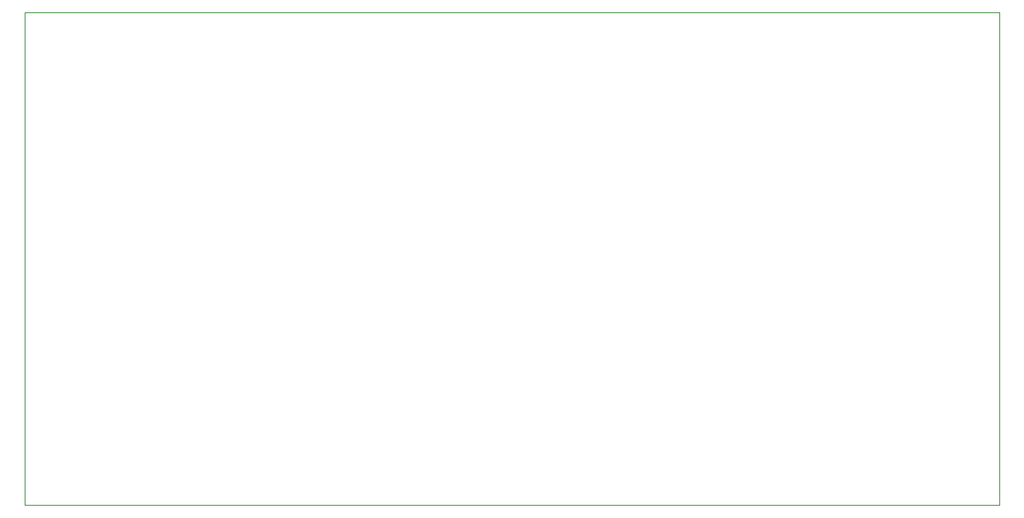
<source format=gbo>
G04 #@! TF.GenerationSoftware,KiCad,Pcbnew,6.0.4-6f826c9f35~116~ubuntu20.04.1*
G04 #@! TF.CreationDate,2022-06-01T22:01:37-03:00*
G04 #@! TF.ProjectId,Kicad_Projects,4b696361-645f-4507-926f-6a656374732e,rev?*
G04 #@! TF.SameCoordinates,Original*
G04 #@! TF.FileFunction,Legend,Bot*
G04 #@! TF.FilePolarity,Positive*
%FSLAX46Y46*%
G04 Gerber Fmt 4.6, Leading zero omitted, Abs format (unit mm)*
G04 Created by KiCad (PCBNEW 6.0.4-6f826c9f35~116~ubuntu20.04.1) date 2022-06-01 22:01:37*
%MOMM*%
%LPD*%
G01*
G04 APERTURE LIST*
G04 #@! TA.AperFunction,Profile*
%ADD10C,0.100000*%
G04 #@! TD*
%ADD11C,1.600000*%
%ADD12O,1.600000X1.600000*%
%ADD13C,2.340000*%
%ADD14R,1.800000X1.800000*%
%ADD15O,1.800000X1.800000*%
%ADD16R,2.400000X2.400000*%
%ADD17C,2.400000*%
%ADD18R,2.500000X4.500000*%
%ADD19O,2.500000X4.500000*%
%ADD20R,3.200000X3.200000*%
%ADD21O,3.200000X3.200000*%
%ADD22R,2.200000X2.200000*%
%ADD23O,2.200000X2.200000*%
%ADD24C,6.000000*%
%ADD25C,1.440000*%
%ADD26R,3.000000X3.000000*%
%ADD27C,3.000000*%
%ADD28R,1.600000X1.600000*%
%ADD29C,1.800000*%
G04 APERTURE END LIST*
D10*
X63500000Y-72390000D02*
X63500000Y-123190000D01*
X163830000Y-123190000D02*
X163830000Y-72390000D01*
X63500000Y-123190000D02*
X163830000Y-123190000D01*
X163830000Y-72390000D02*
X63500000Y-72390000D01*
%LPC*%
D11*
X145416000Y-76489000D03*
D12*
X135256000Y-76489000D03*
D11*
X136907000Y-95158000D03*
D12*
X147067000Y-95158000D03*
D13*
X134051000Y-83115000D03*
X136551000Y-80615000D03*
X139051000Y-83115000D03*
D14*
X127254000Y-98812000D03*
D15*
X124714000Y-98812000D03*
X122174000Y-98812000D03*
D16*
X99568000Y-101092000D03*
D17*
X92068000Y-101092000D03*
D11*
X146940000Y-90713000D03*
D12*
X136780000Y-90713000D03*
D13*
X110175000Y-82861000D03*
X112675000Y-80361000D03*
X115175000Y-82861000D03*
D18*
X136260000Y-112194000D03*
D19*
X130810000Y-112194000D03*
X125360000Y-112194000D03*
D20*
X68834000Y-91948000D03*
D21*
X84074000Y-91948000D03*
D16*
X99651755Y-82296000D03*
D17*
X92151755Y-82296000D03*
D11*
X122322000Y-82966000D03*
X124822000Y-82966000D03*
D22*
X135636000Y-106172000D03*
D23*
X125476000Y-106172000D03*
D20*
X84074000Y-99822000D03*
D21*
X68834000Y-99822000D03*
D20*
X84074000Y-107442000D03*
D21*
X68834000Y-107442000D03*
D20*
X151384000Y-95250000D03*
D21*
X151384000Y-110490000D03*
D24*
X143510000Y-115570000D03*
X118110000Y-115570000D03*
D25*
X148464000Y-77199000D03*
X151004000Y-77199000D03*
X153544000Y-77199000D03*
D26*
X84583000Y-117637000D03*
D27*
X79503000Y-117637000D03*
D11*
X153504000Y-81188000D03*
X151004000Y-81188000D03*
D28*
X132339000Y-87640000D03*
D12*
X129799000Y-87640000D03*
X127259000Y-87640000D03*
X124719000Y-87640000D03*
X122179000Y-87640000D03*
X119639000Y-87640000D03*
X117099000Y-87640000D03*
X117099000Y-95260000D03*
X119639000Y-95260000D03*
X122179000Y-95260000D03*
X124719000Y-95260000D03*
X127259000Y-95260000D03*
X129799000Y-95260000D03*
X132339000Y-95260000D03*
D11*
X136907000Y-86268000D03*
D12*
X147067000Y-86268000D03*
D14*
X107696000Y-105410000D03*
D29*
X107696000Y-107950000D03*
D28*
X159768651Y-87665000D03*
D11*
X156268651Y-87665000D03*
D20*
X68834000Y-84582000D03*
D21*
X84074000Y-84582000D03*
D26*
X159766000Y-95250000D03*
D27*
X159766000Y-100330000D03*
D26*
X159766000Y-105572000D03*
D27*
X159766000Y-110652000D03*
D11*
X133965000Y-97917000D03*
X131465000Y-97917000D03*
X119635000Y-84871000D03*
D12*
X119635000Y-74711000D03*
D11*
X116332000Y-101092000D03*
D12*
X106172000Y-101092000D03*
D11*
X112014000Y-92202000D03*
X112014000Y-94702000D03*
D26*
X94996000Y-117602000D03*
D27*
X89916000Y-117602000D03*
M02*

</source>
